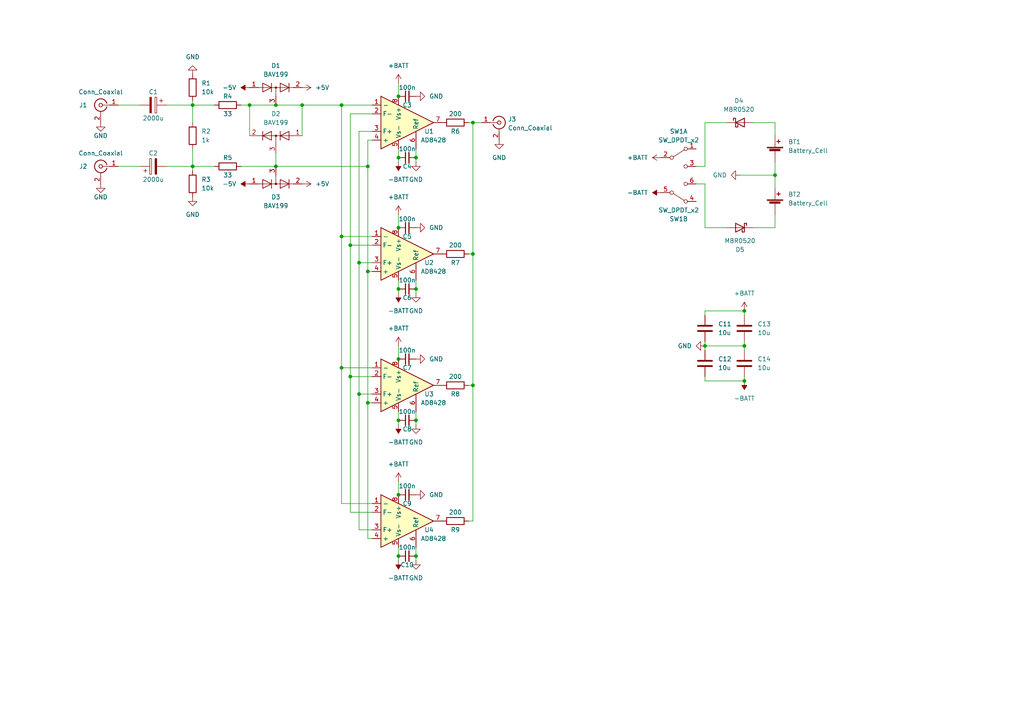
<source format=kicad_sch>
(kicad_sch (version 20211123) (generator eeschema)
  (paper "A4")
  (lib_symbols
    (symbol "Connector:Conn_Coaxial" (pin_names (offset 1.016) hide)
      (property "Reference" "J" (at 0.254 3.048 0))
      (property "Value" "Conn_Coaxial" (at 2.921 0 90))
      (symbol "Conn_Coaxial_0_1"
        (arc (start -1.778 -0.508) (mid 0.222 -1.808) (end 1.778 0) (stroke (width 0.254)))
        (polyline (pts (xy -2.54 0) (xy -0.508 0)))
        (polyline (pts (xy 0 -2.54) (xy 0 -1.778)))
        (circle (center 0 0) (radius 0.508) (stroke (width 0.2032)))
        (arc (start 1.778 0) (mid 0.2221 1.8083) (end -1.778 0.508) (stroke (width 0.254)))
      )
      (symbol "Conn_Coaxial_1_1"
        (pin passive line (at -5.08 0 0) (length 2.54) (name "In") (number "1"))
        (pin passive line (at 0 -5.08 90) (length 2.54) (name "Ext") (number "2"))
      )
    )
    (symbol "Device:Battery_Cell" (pin_numbers hide) (pin_names (offset 0) hide)
      (property "Reference" "BT" (at 2.54 2.54 0))
      (property "Value" "Battery_Cell" (at 2.54 0 0))
      (symbol "Battery_Cell_0_1"
        (rectangle (start -2.286 1.778) (end 2.286 1.524) (fill (type outline)))
        (rectangle (start -1.5748 1.1938) (end 1.4732 0.6858) (fill (type outline)))
        (polyline (pts (xy 0 0.762) (xy 0 0)))
        (polyline (pts (xy 0 1.778) (xy 0 2.54)))
        (polyline (pts (xy 0.508 3.429) (xy 1.524 3.429)) (stroke (width 0.254)))
        (polyline (pts (xy 1.016 3.937) (xy 1.016 2.921)) (stroke (width 0.254)))
      )
      (symbol "Battery_Cell_1_1"
        (pin passive line (at 0 5.08 270) (length 2.54) (name "+") (number "1"))
        (pin passive line (at 0 -2.54 90) (length 2.54) (name "-") (number "2"))
      )
    )
    (symbol "Device:C" (pin_numbers hide) (pin_names (offset 0.254))
      (property "Reference" "C" (at 0.635 2.54 0))
      (property "Value" "C" (at 0.635 -2.54 0))
      (symbol "C_0_1"
        (polyline (pts (xy -2.032 -0.762) (xy 2.032 -0.762)) (stroke (width 0.508)))
        (polyline (pts (xy -2.032 0.762) (xy 2.032 0.762)) (stroke (width 0.508)))
      )
      (symbol "C_1_1"
        (pin passive line (at 0 3.81 270) (length 2.794) (name "~") (number "1"))
        (pin passive line (at 0 -3.81 90) (length 2.794) (name "~") (number "2"))
      )
    )
    (symbol "Device:C_Polarized" (pin_numbers hide) (pin_names (offset 0.254))
      (property "Reference" "C" (at 0.635 2.54 0))
      (property "Value" "C_Polarized" (at 0.635 -2.54 0))
      (symbol "C_Polarized_0_1"
        (rectangle (start -2.286 0.508) (end 2.286 1.016))
        (polyline (pts (xy -1.778 2.286) (xy -0.762 2.286)))
        (polyline (pts (xy -1.27 2.794) (xy -1.27 1.778)))
        (rectangle (start 2.286 -0.508) (end -2.286 -1.016) (fill (type outline)))
      )
      (symbol "C_Polarized_1_1"
        (pin passive line (at 0 3.81 270) (length 2.794) (name "~") (number "1"))
        (pin passive line (at 0 -3.81 90) (length 2.794) (name "~") (number "2"))
      )
    )
    (symbol "Device:C_Small" (pin_numbers hide) (pin_names (offset 0.254) hide)
      (property "Reference" "C" (at 0.254 1.778 0))
      (property "Value" "C_Small" (at 0.254 -2.032 0))
      (symbol "C_Small_0_1"
        (polyline (pts (xy -1.524 -0.508) (xy 1.524 -0.508)) (stroke (width 0.3302)))
        (polyline (pts (xy -1.524 0.508) (xy 1.524 0.508)) (stroke (width 0.3048)))
      )
      (symbol "C_Small_1_1"
        (pin passive line (at 0 2.54 270) (length 2.032) (name "~") (number "1"))
        (pin passive line (at 0 -2.54 90) (length 2.032) (name "~") (number "2"))
      )
    )
    (symbol "Device:R" (pin_numbers hide) (pin_names (offset 0))
      (property "Reference" "R" (at 2.032 0 90))
      (property "Value" "R" (at 0 0 90))
      (symbol "R_0_1"
        (rectangle (start -1.016 -2.54) (end 1.016 2.54) (stroke (width 0.254)))
      )
      (symbol "R_1_1"
        (pin passive line (at 0 3.81 270) (length 1.27) (name "~") (number "1"))
        (pin passive line (at 0 -3.81 90) (length 1.27) (name "~") (number "2"))
      )
    )
    (symbol "Diode:BAV99" (pin_names hide)
      (property "Reference" "D" (at 0 5.08 0))
      (property "Value" "BAV99" (at 0 2.54 0))
      (symbol "BAV99_0_1"
        (polyline (pts (xy -5.08 0) (xy 5.08 0)))
      )
      (symbol "BAV99_1_1"
        (polyline (pts (xy 0 0) (xy 0 -2.54)))
        (polyline (pts (xy -1.27 -1.27) (xy -1.27 1.27) (xy -1.27 1.27)) (stroke (width 0.2032)))
        (polyline (pts (xy 3.81 1.27) (xy 3.81 -1.27) (xy 3.81 -1.27)) (stroke (width 0.2032)))
        (polyline (pts (xy -3.81 1.27) (xy -1.27 0) (xy -3.81 -1.27) (xy -3.81 1.27) (xy -3.81 1.27) (xy -3.81 1.27)) (stroke (width 0.2032)))
        (polyline (pts (xy 1.27 1.27) (xy 3.81 0) (xy 1.27 -1.27) (xy 1.27 1.27) (xy 1.27 1.27) (xy 1.27 1.27)) (stroke (width 0.2032)))
        (circle (center 0 0) (radius 0.254) (fill (type outline)))
        (pin passive line (at -7.62 0 0) (length 2.54) (name "K") (number "1"))
        (pin passive line (at 7.62 0 180) (length 2.54) (name "A") (number "2"))
        (pin passive line (at 0 -5.08 90) (length 2.54) (name "K") (number "3"))
      )
    )
    (symbol "Diode:MBR0520" (pin_numbers hide) (pin_names (offset 1.016) hide)
      (property "Reference" "D" (at 0 2.54 0))
      (property "Value" "MBR0520" (at 0 -2.54 0))
      (symbol "MBR0520_0_1"
        (polyline (pts (xy 1.27 0) (xy -1.27 0)))
        (polyline (pts (xy 1.27 1.27) (xy 1.27 -1.27) (xy -1.27 0) (xy 1.27 1.27)) (stroke (width 0.254)))
        (polyline (pts (xy -1.905 0.635) (xy -1.905 1.27) (xy -1.27 1.27) (xy -1.27 -1.27) (xy -0.635 -1.27) (xy -0.635 -0.635)) (stroke (width 0.254)))
      )
      (symbol "MBR0520_1_1"
        (pin passive line (at -3.81 0 0) (length 2.54) (name "K") (number "1"))
        (pin passive line (at 3.81 0 180) (length 2.54) (name "A") (number "2"))
      )
    )
    (symbol "Switch:SW_DPDT_x2" (pin_names (offset 0) hide)
      (property "Reference" "SW" (at 0 4.318 0))
      (property "Value" "SW_DPDT_x2" (at 0 -5.08 0))
      (symbol "SW_DPDT_x2_0_0"
        (circle (center -2.032 0) (radius 0.508))
        (circle (center 2.032 -2.54) (radius 0.508))
      )
      (symbol "SW_DPDT_x2_0_1"
        (polyline (pts (xy -1.524 0.254) (xy 1.651 2.286)))
        (circle (center 2.032 2.54) (radius 0.508))
      )
      (symbol "SW_DPDT_x2_1_1"
        (pin passive line (at 5.08 2.54 180) (length 2.54) (name "A") (number "1"))
        (pin passive line (at -5.08 0 0) (length 2.54) (name "B") (number "2"))
        (pin passive line (at 5.08 -2.54 180) (length 2.54) (name "C") (number "3"))
      )
      (symbol "SW_DPDT_x2_2_1"
        (pin passive line (at 5.08 2.54 180) (length 2.54) (name "A") (number "4"))
        (pin passive line (at -5.08 0 0) (length 2.54) (name "B") (number "5"))
        (pin passive line (at 5.08 -2.54 180) (length 2.54) (name "C") (number "6"))
      )
    )
    (symbol "alexLib:AD8428"
      (property "Reference" "U" (at 11.43 -6.35 0))
      (property "Value" "AD8428" (at 12.7 -3.81 0))
      (symbol "AD8428_0_1"
        (polyline (pts (xy -5.08 7.62) (xy -5.08 -7.62) (xy 10.16 0) (xy -5.08 7.62)) (stroke (width 0.254)) (fill (type background)))
      )
      (symbol "AD8428_1_1"
        (pin input line (at -7.62 5.08 0) (length 2.54) (name "-") (number "1"))
        (pin passive line (at -7.62 2.54 0) (length 2.54) (name "F-") (number "2"))
        (pin passive line (at -7.62 -2.54 0) (length 2.54) (name "F+") (number "3"))
        (pin input line (at -7.62 -5.08 0) (length 2.54) (name "+") (number "4"))
        (pin power_in line (at 0 -7.62 90) (length 2.54) (name "Vs-") (number "5"))
        (pin passive line (at 5.08 -7.62 90) (length 5.08) (name "Ref") (number "6"))
        (pin output line (at 12.7 0 180) (length 2.54) (name "~") (number "7"))
        (pin power_in line (at 0 7.62 270) (length 2.54) (name "Vs+") (number "8"))
      )
    )
    (symbol "power:+5V" (power) (pin_names (offset 0))
      (property "Value" "+5V" (at 0 3.556 0))
      (symbol "+5V_0_1"
        (polyline (pts (xy -0.762 1.27) (xy 0 2.54)))
        (polyline (pts (xy 0 0) (xy 0 2.54)))
        (polyline (pts (xy 0 2.54) (xy 0.762 1.27)))
      )
      (symbol "+5V_1_1"
        (pin power_in line (at 0 0 90) (length 0) hide (name "+5V") (number "1"))
      )
    )
    (symbol "power:+BATT" (power) (pin_names (offset 0))
      (property "Value" "+BATT" (at 0 3.556 0))
      (symbol "+BATT_0_1"
        (polyline (pts (xy -0.762 1.27) (xy 0 2.54)))
        (polyline (pts (xy 0 0) (xy 0 2.54)))
        (polyline (pts (xy 0 2.54) (xy 0.762 1.27)))
      )
      (symbol "+BATT_1_1"
        (pin power_in line (at 0 0 90) (length 0) hide (name "+BATT") (number "1"))
      )
    )
    (symbol "power:-5V" (power) (pin_names (offset 0))
      (property "Value" "-5V" (at 0 3.81 0))
      (symbol "-5V_0_0"
        (pin power_in line (at 0 0 90) (length 0) hide (name "-5V") (number "1"))
      )
      (symbol "-5V_0_1"
        (polyline (pts (xy 0 0) (xy 0 1.27) (xy 0.762 1.27) (xy 0 2.54) (xy -0.762 1.27) (xy 0 1.27)) (fill (type outline)))
      )
    )
    (symbol "power:-BATT" (power) (pin_names (offset 0))
      (property "Value" "-BATT" (at 0 3.556 0))
      (symbol "-BATT_0_1"
        (polyline (pts (xy 0 0) (xy 0 2.54)))
        (polyline (pts (xy 0.762 1.27) (xy -0.762 1.27) (xy 0 2.54) (xy 0.762 1.27)) (fill (type outline)))
      )
      (symbol "-BATT_1_1"
        (pin power_in line (at 0 0 90) (length 0) hide (name "-BATT") (number "1"))
      )
    )
    (symbol "power:GND" (power) (pin_names (offset 0))
      (property "Value" "GND" (at 0 -3.81 0))
      (symbol "GND_0_1"
        (polyline (pts (xy 0 0) (xy 0 -1.27) (xy 1.27 -1.27) (xy 0 -2.54) (xy -1.27 -1.27) (xy 0 -1.27)))
      )
      (symbol "GND_1_1"
        (pin power_in line (at 0 0 270) (length 0) hide (name "GND") (number "1"))
      )
    )
  )
  (junction (at 55.88 48.26))
  (junction (at 215.9 90.17))
  (junction (at 115.57 83.82))
  (junction (at 55.88 30.48))
  (junction (at 87.63 30.48))
  (junction (at 106.68 116.84))
  (junction (at 115.57 45.72))
  (junction (at 204.47 100.33))
  (junction (at 120.65 121.92))
  (junction (at 115.57 161.29))
  (junction (at 106.68 78.74))
  (junction (at 80.01 48.26))
  (junction (at 115.57 27.94))
  (junction (at 120.65 83.82))
  (junction (at 137.16 35.56))
  (junction (at 115.57 66.04))
  (junction (at 120.65 161.29))
  (junction (at 115.57 104.14))
  (junction (at 99.06 106.68))
  (junction (at 120.65 45.72))
  (junction (at 99.06 68.58))
  (junction (at 215.9 100.33))
  (junction (at 115.57 143.51))
  (junction (at 137.16 73.66))
  (junction (at 224.79 50.8))
  (junction (at 101.6 109.22))
  (junction (at 106.68 48.26))
  (junction (at 99.06 30.48))
  (junction (at 72.39 30.48))
  (junction (at 104.14 76.2))
  (junction (at 80.01 30.48))
  (junction (at 104.14 114.3))
  (junction (at 215.9 110.49))
  (junction (at 101.6 71.12))
  (junction (at 115.57 121.92))
  (junction (at 137.16 111.76))
  (wire (pts (xy 34.29 30.48) (xy 40.64 30.48)))
  (wire (pts (xy 69.85 30.48) (xy 72.39 30.48)))
  (wire (pts (xy 204.47 66.04) (xy 210.82 66.04)))
  (wire (pts (xy 201.93 53.34) (xy 204.47 53.34)))
  (wire (pts (xy 104.14 114.3) (xy 107.95 114.3)))
  (wire (pts (xy 215.9 100.33) (xy 215.9 101.6)))
  (wire (pts (xy 135.89 111.76) (xy 137.16 111.76)))
  (wire (pts (xy 106.68 78.74) (xy 107.95 78.74)))
  (wire (pts (xy 104.14 153.67) (xy 107.95 153.67)))
  (wire (pts (xy 115.57 139.7) (xy 115.57 143.51)))
  (wire (pts (xy 120.65 85.09) (xy 120.65 83.82)))
  (wire (pts (xy 107.95 30.48) (xy 99.06 30.48)))
  (wire (pts (xy 135.89 151.13) (xy 137.16 151.13)))
  (wire (pts (xy 204.47 110.49) (xy 204.47 109.22)))
  (wire (pts (xy 224.79 35.56) (xy 224.79 39.37)))
  (wire (pts (xy 120.65 83.82) (xy 120.65 81.28)))
  (wire (pts (xy 55.88 30.48) (xy 62.23 30.48)))
  (wire (pts (xy 80.01 48.26) (xy 106.68 48.26)))
  (wire (pts (xy 115.57 62.23) (xy 115.57 66.04)))
  (wire (pts (xy 224.79 54.61) (xy 224.79 50.8)))
  (wire (pts (xy 204.47 99.06) (xy 204.47 100.33)))
  (wire (pts (xy 55.88 48.26) (xy 55.88 49.53)))
  (wire (pts (xy 120.65 121.92) (xy 120.65 119.38)))
  (wire (pts (xy 104.14 38.1) (xy 104.14 76.2)))
  (wire (pts (xy 137.16 35.56) (xy 135.89 35.56)))
  (wire (pts (xy 204.47 53.34) (xy 204.47 66.04)))
  (wire (pts (xy 224.79 46.99) (xy 224.79 50.8)))
  (wire (pts (xy 87.63 30.48) (xy 80.01 30.48)))
  (wire (pts (xy 99.06 106.68) (xy 107.95 106.68)))
  (wire (pts (xy 115.57 161.29) (xy 115.57 158.75)))
  (wire (pts (xy 115.57 162.56) (xy 115.57 161.29)))
  (wire (pts (xy 106.68 156.21) (xy 107.95 156.21)))
  (wire (pts (xy 99.06 30.48) (xy 99.06 68.58)))
  (wire (pts (xy 101.6 71.12) (xy 101.6 109.22)))
  (wire (pts (xy 106.68 78.74) (xy 106.68 116.84)))
  (wire (pts (xy 101.6 148.59) (xy 107.95 148.59)))
  (wire (pts (xy 115.57 121.92) (xy 115.57 119.38)))
  (wire (pts (xy 204.47 90.17) (xy 215.9 90.17)))
  (wire (pts (xy 104.14 76.2) (xy 107.95 76.2)))
  (wire (pts (xy 120.65 161.29) (xy 120.65 158.75)))
  (wire (pts (xy 48.26 30.48) (xy 55.88 30.48)))
  (wire (pts (xy 55.88 30.48) (xy 55.88 35.56)))
  (wire (pts (xy 120.65 123.19) (xy 120.65 121.92)))
  (wire (pts (xy 120.65 45.72) (xy 120.65 43.18)))
  (wire (pts (xy 34.29 48.26) (xy 40.64 48.26)))
  (wire (pts (xy 115.57 24.13) (xy 115.57 27.94)))
  (wire (pts (xy 55.88 43.18) (xy 55.88 48.26)))
  (wire (pts (xy 55.88 48.26) (xy 62.23 48.26)))
  (wire (pts (xy 120.65 46.99) (xy 120.65 45.72)))
  (wire (pts (xy 204.47 35.56) (xy 210.82 35.56)))
  (wire (pts (xy 115.57 46.99) (xy 115.57 45.72)))
  (wire (pts (xy 137.16 35.56) (xy 139.7 35.56)))
  (wire (pts (xy 106.68 48.26) (xy 106.68 78.74)))
  (wire (pts (xy 69.85 48.26) (xy 80.01 48.26)))
  (wire (pts (xy 201.93 48.26) (xy 204.47 48.26)))
  (wire (pts (xy 101.6 109.22) (xy 101.6 148.59)))
  (wire (pts (xy 115.57 45.72) (xy 115.57 43.18)))
  (wire (pts (xy 115.57 85.09) (xy 115.57 83.82)))
  (wire (pts (xy 107.95 33.02) (xy 101.6 33.02)))
  (wire (pts (xy 48.26 48.26) (xy 55.88 48.26)))
  (wire (pts (xy 135.89 73.66) (xy 137.16 73.66)))
  (wire (pts (xy 106.68 116.84) (xy 107.95 116.84)))
  (wire (pts (xy 72.39 30.48) (xy 72.39 39.37)))
  (wire (pts (xy 214.63 50.8) (xy 224.79 50.8)))
  (wire (pts (xy 107.95 40.64) (xy 106.68 40.64)))
  (wire (pts (xy 215.9 91.44) (xy 215.9 90.17)))
  (wire (pts (xy 99.06 68.58) (xy 99.06 106.68)))
  (wire (pts (xy 99.06 68.58) (xy 107.95 68.58)))
  (wire (pts (xy 215.9 110.49) (xy 204.47 110.49)))
  (wire (pts (xy 120.65 162.56) (xy 120.65 161.29)))
  (wire (pts (xy 99.06 146.05) (xy 107.95 146.05)))
  (wire (pts (xy 104.14 76.2) (xy 104.14 114.3)))
  (wire (pts (xy 137.16 73.66) (xy 137.16 35.56)))
  (wire (pts (xy 115.57 123.19) (xy 115.57 121.92)))
  (wire (pts (xy 101.6 71.12) (xy 107.95 71.12)))
  (wire (pts (xy 55.88 29.21) (xy 55.88 30.48)))
  (wire (pts (xy 137.16 151.13) (xy 137.16 111.76)))
  (wire (pts (xy 115.57 83.82) (xy 115.57 81.28)))
  (wire (pts (xy 215.9 99.06) (xy 215.9 100.33)))
  (wire (pts (xy 218.44 35.56) (xy 224.79 35.56)))
  (wire (pts (xy 204.47 100.33) (xy 204.47 101.6)))
  (wire (pts (xy 80.01 44.45) (xy 80.01 48.26)))
  (wire (pts (xy 106.68 40.64) (xy 106.68 48.26)))
  (wire (pts (xy 204.47 48.26) (xy 204.47 35.56)))
  (wire (pts (xy 218.44 66.04) (xy 224.79 66.04)))
  (wire (pts (xy 107.95 38.1) (xy 104.14 38.1)))
  (wire (pts (xy 101.6 33.02) (xy 101.6 71.12)))
  (wire (pts (xy 72.39 30.48) (xy 80.01 30.48)))
  (wire (pts (xy 115.57 100.33) (xy 115.57 104.14)))
  (wire (pts (xy 99.06 106.68) (xy 99.06 146.05)))
  (wire (pts (xy 87.63 30.48) (xy 99.06 30.48)))
  (wire (pts (xy 204.47 100.33) (xy 215.9 100.33)))
  (wire (pts (xy 204.47 91.44) (xy 204.47 90.17)))
  (wire (pts (xy 224.79 62.23) (xy 224.79 66.04)))
  (wire (pts (xy 87.63 39.37) (xy 87.63 30.48)))
  (wire (pts (xy 215.9 109.22) (xy 215.9 110.49)))
  (wire (pts (xy 104.14 114.3) (xy 104.14 153.67)))
  (wire (pts (xy 137.16 111.76) (xy 137.16 73.66)))
  (wire (pts (xy 101.6 109.22) (xy 107.95 109.22)))
  (wire (pts (xy 106.68 116.84) (xy 106.68 156.21)))
  (symbol (lib_id "power:GND") (at 120.65 162.56 0) (unit 1)
    (property "Reference" "#PWR024" (effects hide))
    (property "Value" "GND" (at 120.65 167.64 0))
  )
  (symbol (lib_id "power:-5V") (at 72.39 25.4 90) (unit 1)
    (property "Reference" "#PWR05" (effects hide))
    (property "Value" "-5V" (at 68.58 25.3999 90) (effects (justify left)))
  )
  (symbol (lib_id "power:GND") (at 120.65 66.04 90) (unit 1)
    (property "Reference" "#PWR019" (effects hide))
    (property "Value" "GND" (at 124.46 66.0399 90) (effects (justify right)))
  )
  (symbol (lib_id "Diode:BAV99") (at 80.01 53.34 0) (mirror x) (unit 1)
    (property "Reference" "D3" (at 80.01 57.15 0))
    (property "Value" "BAV199" (at 80.01 59.69 0))
    (property "Footprint" "Package_TO_SOT_SMD:SOT-23" (effects hide))
    (property "Datasheet" "https://assets.nexperia.com/documents/data-sheet/BAV99_SER.pdf" (effects hide))
  )
  (symbol (lib_id "alexLib:AD8428") (at 115.57 35.56 0) (unit 1)
    (property "Reference" "U1" (at 124.46 38.1 0))
    (property "Value" "AD8428" (at 125.73 40.64 0))
    (property "Footprint" "Package_SO:SOIC-8_3.9x4.9mm_P1.27mm" (effects hide))
    (property "Datasheet" "https://www.analog.com/media/en/technical-documentation/data-sheets/ad8428.pdf" (effects hide))
  )
  (symbol (lib_id "power:-BATT") (at 115.57 123.19 180) (unit 1)
    (property "Reference" "#PWR014" (effects hide))
    (property "Value" "-BATT" (at 115.57 128.27 0))
  )
  (symbol (lib_id "Device:C") (at 204.47 105.41 0) (unit 1)
    (property "Reference" "C12" (at 208.28 104.1399 0) (effects (justify left)))
    (property "Value" "10u" (at 208.28 106.6799 0) (effects (justify left)))
    (property "Footprint" "Capacitor_SMD:C_1206_3216Metric" (effects hide))
  )
  (symbol (lib_id "power:GND") (at 120.65 27.94 90) (unit 1)
    (property "Reference" "#PWR017" (effects hide))
    (property "Value" "GND" (at 124.46 27.9399 90) (effects (justify right)))
  )
  (symbol (lib_id "Device:C") (at 204.47 95.25 0) (unit 1)
    (property "Reference" "C11" (at 208.28 93.9799 0) (effects (justify left)))
    (property "Value" "10u" (at 208.28 96.5199 0) (effects (justify left)))
    (property "Footprint" "Capacitor_SMD:C_1206_3216Metric" (effects hide))
  )
  (symbol (lib_id "Diode:MBR0520") (at 214.63 35.56 0) (unit 1)
    (property "Reference" "D4" (at 214.3125 29.21 0))
    (property "Value" "MBR0520" (at 214.3125 31.75 0))
    (property "Footprint" "Diode_SMD:D_SOD-123" (effects hide))
    (property "Datasheet" "http://www.mccsemi.com/up_pdf/MBR0520~MBR0580(SOD123).pdf" (effects hide))
  )
  (symbol (lib_id "Switch:SW_DPDT_x2") (at 196.85 45.72 0) (unit 1)
    (property "Reference" "SW1" (at 196.85 38.1 0))
    (property "Value" "SW_DPDT_x2" (at 196.85 40.64 0))
    (property "Footprint" "Button_Switch_THT:SW_E-Switch_EG2219_DPDT_Angled" (effects hide))
  )
  (symbol (lib_id "Connector:Conn_Coaxial") (at 144.78 35.56 0) (unit 1)
    (property "Reference" "J3" (at 147.32 34.5831 0) (effects (justify left)))
    (property "Value" "Conn_Coaxial" (at 147.32 37.1231 0) (effects (justify left)))
    (property "Footprint" "Connector_Coaxial:BNC_Amphenol_B6252HB-NPP3G-50_Horizontal" (effects hide))
    (property "Datasheet" " ~" (effects hide))
  )
  (symbol (lib_id "Diode:BAV99") (at 80.01 39.37 0) (mirror y) (unit 1)
    (property "Reference" "D2" (at 80.01 33.02 0))
    (property "Value" "BAV199" (at 80.01 35.56 0))
    (property "Footprint" "Package_TO_SOT_SMD:SOT-23" (effects hide))
    (property "Datasheet" "https://assets.nexperia.com/documents/data-sheet/BAV99_SER.pdf" (effects hide))
  )
  (symbol (lib_id "power:+BATT") (at 115.57 24.13 0) (unit 1)
    (property "Reference" "#PWR09" (effects hide))
    (property "Value" "+BATT" (at 115.57 19.05 0))
  )
  (symbol (lib_id "Connector:Conn_Coaxial") (at 29.21 30.48 0) (mirror y) (unit 1)
    (property "Reference" "J1" (at 24.13 30.48 0))
    (property "Value" "Conn_Coaxial" (at 29.21 26.67 0))
    (property "Footprint" "Connector_Coaxial:BNC_Amphenol_B6252HB-NPP3G-50_Horizontal" (effects hide))
    (property "Datasheet" " ~" (effects hide))
  )
  (symbol (lib_id "Switch:SW_DPDT_x2") (at 196.85 55.88 0) (mirror x) (unit 2)
    (property "Reference" "SW1" (at 196.85 63.5 0))
    (property "Value" "SW_DPDT_x2" (at 196.85 60.96 0))
    (property "Footprint" "Button_Switch_THT:SW_E-Switch_EG2219_DPDT_Angled" (effects hide))
  )
  (symbol (lib_id "alexLib:AD8428") (at 115.57 151.13 0) (unit 1)
    (property "Reference" "U4" (at 124.46 153.67 0))
    (property "Value" "AD8428" (at 125.73 156.21 0))
    (property "Footprint" "Package_SO:SOIC-8_3.9x4.9mm_P1.27mm" (effects hide))
    (property "Datasheet" "https://www.analog.com/media/en/technical-documentation/data-sheets/ad8428.pdf" (effects hide))
  )
  (symbol (lib_id "power:GND") (at 120.65 123.19 0) (unit 1)
    (property "Reference" "#PWR022" (effects hide))
    (property "Value" "GND" (at 120.65 128.27 0))
  )
  (symbol (lib_id "Device:Battery_Cell") (at 224.79 44.45 0) (unit 1)
    (property "Reference" "BT1" (at 228.6 41.1479 0) (effects (justify left)))
    (property "Value" "Battery_Cell" (at 228.6 43.6879 0) (effects (justify left)))
    (property "Footprint" "Battery:BatteryHolder_MPD_BA9VPC_1xPP3" (effects hide))
  )
  (symbol (lib_id "Device:C_Small") (at 118.11 143.51 90) (unit 1)
    (property "Reference" "C9" (at 118.11 146.05 90))
    (property "Value" "100n" (at 118.11 140.97 90))
    (property "Footprint" "Capacitor_SMD:C_0603_1608Metric" (effects hide))
  )
  (symbol (lib_id "power:+BATT") (at 115.57 139.7 0) (unit 1)
    (property "Reference" "#PWR015" (effects hide))
    (property "Value" "+BATT" (at 115.57 134.62 0))
  )
  (symbol (lib_id "Diode:MBR0520") (at 214.63 66.04 0) (mirror y) (unit 1)
    (property "Reference" "D5" (at 214.63 72.39 0))
    (property "Value" "MBR0520" (at 214.63 69.85 0))
    (property "Footprint" "Diode_SMD:D_SOD-123" (effects hide))
    (property "Datasheet" "http://www.mccsemi.com/up_pdf/MBR0520~MBR0580(SOD123).pdf" (effects hide))
  )
  (symbol (lib_id "power:GND") (at 120.65 46.99 0) (unit 1)
    (property "Reference" "#PWR018" (effects hide))
    (property "Value" "GND" (at 120.65 52.07 0))
  )
  (symbol (lib_id "power:GND") (at 120.65 85.09 0) (unit 1)
    (property "Reference" "#PWR020" (effects hide))
    (property "Value" "GND" (at 120.65 90.17 0))
  )
  (symbol (lib_id "Connector:Conn_Coaxial") (at 29.21 48.26 0) (mirror y) (unit 1)
    (property "Reference" "J2" (at 24.13 48.26 0))
    (property "Value" "Conn_Coaxial" (at 29.21 44.45 0))
    (property "Footprint" "Connector_Coaxial:BNC_Amphenol_B6252HB-NPP3G-50_Horizontal" (effects hide))
    (property "Datasheet" " ~" (effects hide))
  )
  (symbol (lib_id "power:-BATT") (at 115.57 46.99 180) (unit 1)
    (property "Reference" "#PWR010" (effects hide))
    (property "Value" "-BATT" (at 115.57 52.07 0))
  )
  (symbol (lib_id "power:GND") (at 214.63 50.8 270) (unit 1)
    (property "Reference" "#PWR029" (effects hide))
    (property "Value" "GND" (at 210.82 50.7999 90) (effects (justify right)))
  )
  (symbol (lib_id "Device:C_Small") (at 118.11 27.94 90) (unit 1)
    (property "Reference" "C3" (at 118.11 30.48 90))
    (property "Value" "100n" (at 118.11 25.4 90))
    (property "Footprint" "Capacitor_SMD:C_0603_1608Metric" (effects hide))
  )
  (symbol (lib_id "power:GND") (at 29.21 35.56 0) (unit 1)
    (property "Reference" "#PWR01" (effects hide))
    (property "Value" "GND" (at 29.21 39.37 0))
  )
  (symbol (lib_id "Device:R") (at 55.88 39.37 0) (unit 1)
    (property "Reference" "R2" (at 58.42 38.0999 0) (effects (justify left)))
    (property "Value" "1k" (at 58.42 40.6399 0) (effects (justify left)))
    (property "Footprint" "Resistor_SMD:R_0603_1608Metric" (effects hide))
  )
  (symbol (lib_id "power:+BATT") (at 191.77 45.72 90) (unit 1)
    (property "Reference" "#PWR026" (effects hide))
    (property "Value" "+BATT" (at 187.96 45.7199 90) (effects (justify left)))
  )
  (symbol (lib_id "Device:R") (at 132.08 35.56 90) (unit 1)
    (property "Reference" "R6" (at 132.08 38.1 90))
    (property "Value" "200" (at 132.08 33.02 90))
    (property "Footprint" "Resistor_SMD:R_0603_1608Metric" (effects hide))
  )
  (symbol (lib_id "power:+BATT") (at 215.9 90.17 0) (unit 1)
    (property "Reference" "#PWR030" (effects hide))
    (property "Value" "+BATT" (at 215.9 85.09 0))
  )
  (symbol (lib_id "Device:Battery_Cell") (at 224.79 59.69 0) (unit 1)
    (property "Reference" "BT2" (at 228.6 56.3879 0) (effects (justify left)))
    (property "Value" "Battery_Cell" (at 228.6 58.9279 0) (effects (justify left)))
    (property "Footprint" "Battery:BatteryHolder_MPD_BA9VPC_1xPP3" (effects hide))
  )
  (symbol (lib_id "power:+BATT") (at 115.57 100.33 0) (unit 1)
    (property "Reference" "#PWR013" (effects hide))
    (property "Value" "+BATT" (at 115.57 95.25 0))
  )
  (symbol (lib_id "Device:C_Small") (at 118.11 104.14 90) (unit 1)
    (property "Reference" "C7" (at 118.11 106.68 90))
    (property "Value" "100n" (at 118.11 101.6 90))
    (property "Footprint" "Capacitor_SMD:C_0603_1608Metric" (effects hide))
  )
  (symbol (lib_id "power:GND") (at 120.65 143.51 90) (unit 1)
    (property "Reference" "#PWR023" (effects hide))
    (property "Value" "GND" (at 124.46 143.5099 90) (effects (justify right)))
  )
  (symbol (lib_id "power:-5V") (at 72.39 53.34 90) (unit 1)
    (property "Reference" "#PWR06" (effects hide))
    (property "Value" "-5V" (at 68.58 53.3399 90) (effects (justify left)))
  )
  (symbol (lib_id "power:GND") (at 204.47 100.33 270) (unit 1)
    (property "Reference" "#PWR028" (effects hide))
    (property "Value" "GND" (at 200.66 100.3299 90) (effects (justify right)))
  )
  (symbol (lib_id "Device:R") (at 132.08 151.13 90) (unit 1)
    (property "Reference" "R9" (at 132.08 153.67 90))
    (property "Value" "200" (at 132.08 148.59 90))
    (property "Footprint" "Resistor_SMD:R_0603_1608Metric" (effects hide))
  )
  (symbol (lib_id "Device:C_Polarized") (at 44.45 30.48 270) (unit 1)
    (property "Reference" "C1" (at 44.45 26.67 90))
    (property "Value" "2000u" (at 44.45 34.29 90))
    (property "Footprint" "Resistor_THT:R_Axial_Power_L48.0mm_W12.5mm_P55.88mm" (effects hide))
  )
  (symbol (lib_id "Device:R") (at 66.04 48.26 90) (unit 1)
    (property "Reference" "R5" (at 66.04 45.72 90))
    (property "Value" "33" (at 66.04 50.8 90))
    (property "Footprint" "Resistor_SMD:R_0603_1608Metric" (effects hide))
  )
  (symbol (lib_id "power:-BATT") (at 115.57 162.56 180) (unit 1)
    (property "Reference" "#PWR016" (effects hide))
    (property "Value" "-BATT" (at 115.57 167.64 0))
  )
  (symbol (lib_id "Device:C_Small") (at 118.11 66.04 90) (unit 1)
    (property "Reference" "C5" (at 118.11 68.58 90))
    (property "Value" "100n" (at 118.11 63.5 90))
    (property "Footprint" "Capacitor_SMD:C_0603_1608Metric" (effects hide))
  )
  (symbol (lib_id "power:-BATT") (at 115.57 85.09 180) (unit 1)
    (property "Reference" "#PWR012" (effects hide))
    (property "Value" "-BATT" (at 115.57 90.17 0))
  )
  (symbol (lib_id "power:GND") (at 144.78 40.64 0) (unit 1)
    (property "Reference" "#PWR025" (effects hide))
    (property "Value" "GND" (at 144.78 45.72 0))
  )
  (symbol (lib_id "Device:C_Small") (at 118.11 83.82 90) (unit 1)
    (property "Reference" "C6" (at 118.11 86.36 90))
    (property "Value" "100n" (at 118.11 81.28 90))
    (property "Footprint" "Capacitor_SMD:C_0603_1608Metric" (effects hide))
  )
  (symbol (lib_id "Device:C_Small") (at 118.11 45.72 90) (unit 1)
    (property "Reference" "C4" (at 118.11 48.26 90))
    (property "Value" "100n" (at 118.11 43.18 90))
    (property "Footprint" "Capacitor_SMD:C_0603_1608Metric" (effects hide))
  )
  (symbol (lib_id "Device:R") (at 132.08 111.76 90) (unit 1)
    (property "Reference" "R8" (at 132.08 114.3 90))
    (property "Value" "200" (at 132.08 109.22 90))
    (property "Footprint" "Resistor_SMD:R_0603_1608Metric" (effects hide))
  )
  (symbol (lib_id "Device:R") (at 55.88 25.4 0) (unit 1)
    (property "Reference" "R1" (at 58.42 24.1299 0) (effects (justify left)))
    (property "Value" "10k" (at 58.42 26.6699 0) (effects (justify left)))
    (property "Footprint" "Resistor_SMD:R_0603_1608Metric" (effects hide))
  )
  (symbol (lib_id "alexLib:AD8428") (at 115.57 111.76 0) (unit 1)
    (property "Reference" "U3" (at 124.46 114.3 0))
    (property "Value" "AD8428" (at 125.73 116.84 0))
    (property "Footprint" "Package_SO:SOIC-8_3.9x4.9mm_P1.27mm" (effects hide))
    (property "Datasheet" "https://www.analog.com/media/en/technical-documentation/data-sheets/ad8428.pdf" (effects hide))
  )
  (symbol (lib_id "power:GND") (at 55.88 57.15 0) (unit 1)
    (property "Reference" "#PWR04" (effects hide))
    (property "Value" "GND" (at 55.88 62.23 0))
  )
  (symbol (lib_id "Device:C") (at 215.9 95.25 0) (unit 1)
    (property "Reference" "C13" (at 219.71 93.9799 0) (effects (justify left)))
    (property "Value" "10u" (at 219.71 96.5199 0) (effects (justify left)))
    (property "Footprint" "Capacitor_SMD:C_1206_3216Metric" (effects hide))
  )
  (symbol (lib_id "Device:C_Small") (at 118.11 161.29 90) (unit 1)
    (property "Reference" "C10" (at 118.11 163.83 90))
    (property "Value" "100n" (at 118.11 158.75 90))
    (property "Footprint" "Capacitor_SMD:C_0603_1608Metric" (effects hide))
  )
  (symbol (lib_id "Device:R") (at 55.88 53.34 0) (unit 1)
    (property "Reference" "R3" (at 58.42 52.0699 0) (effects (justify left)))
    (property "Value" "10k" (at 58.42 54.6099 0) (effects (justify left)))
    (property "Footprint" "Resistor_SMD:R_0603_1608Metric" (effects hide))
  )
  (symbol (lib_id "power:GND") (at 55.88 21.59 180) (unit 1)
    (property "Reference" "#PWR03" (effects hide))
    (property "Value" "GND" (at 55.88 16.51 0))
  )
  (symbol (lib_id "power:GND") (at 29.21 53.34 0) (unit 1)
    (property "Reference" "#PWR02" (effects hide))
    (property "Value" "GND" (at 29.21 57.15 0))
  )
  (symbol (lib_id "power:GND") (at 120.65 104.14 90) (unit 1)
    (property "Reference" "#PWR021" (effects hide))
    (property "Value" "GND" (at 124.46 104.1399 90) (effects (justify right)))
  )
  (symbol (lib_id "power:+5V") (at 87.63 25.4 270) (unit 1)
    (property "Reference" "#PWR07" (effects hide))
    (property "Value" "+5V" (at 91.44 25.3999 90) (effects (justify left)))
  )
  (symbol (lib_id "Device:R") (at 132.08 73.66 90) (unit 1)
    (property "Reference" "R7" (at 132.08 76.2 90))
    (property "Value" "200" (at 132.08 71.12 90))
    (property "Footprint" "Resistor_SMD:R_0603_1608Metric" (effects hide))
  )
  (symbol (lib_id "Device:C_Polarized") (at 44.45 48.26 90) (unit 1)
    (property "Reference" "C2" (at 44.45 44.45 90))
    (property "Value" "2000u" (at 44.45 52.07 90))
    (property "Footprint" "Resistor_THT:R_Axial_Power_L48.0mm_W12.5mm_P55.88mm" (effects hide))
  )
  (symbol (lib_id "Device:C") (at 215.9 105.41 0) (unit 1)
    (property "Reference" "C14" (at 219.71 104.1399 0) (effects (justify left)))
    (property "Value" "10u" (at 219.71 106.6799 0) (effects (justify left)))
    (property "Footprint" "Capacitor_SMD:C_1206_3216Metric" (effects hide))
  )
  (symbol (lib_id "power:+5V") (at 87.63 53.34 270) (unit 1)
    (property "Reference" "#PWR08" (effects hide))
    (property "Value" "+5V" (at 91.44 53.3399 90) (effects (justify left)))
  )
  (symbol (lib_id "Device:C_Small") (at 118.11 121.92 90) (unit 1)
    (property "Reference" "C8" (at 118.11 124.46 90))
    (property "Value" "100n" (at 118.11 119.38 90))
    (property "Footprint" "Capacitor_SMD:C_0603_1608Metric" (effects hide))
  )
  (symbol (lib_id "alexLib:AD8428") (at 115.57 73.66 0) (unit 1)
    (property "Reference" "U2" (at 124.46 76.2 0))
    (property "Value" "AD8428" (at 125.73 78.74 0))
    (property "Footprint" "Package_SO:SOIC-8_3.9x4.9mm_P1.27mm" (effects hide))
    (property "Datasheet" "https://www.analog.com/media/en/technical-documentation/data-sheets/ad8428.pdf" (effects hide))
  )
  (symbol (lib_id "power:-BATT") (at 215.9 110.49 180) (unit 1)
    (property "Reference" "#PWR031" (effects hide))
    (property "Value" "-BATT" (at 215.9 115.57 0))
  )
  (symbol (lib_id "power:-BATT") (at 191.77 55.88 90) (unit 1)
    (property "Reference" "#PWR027" (effects hide))
    (property "Value" "-BATT" (at 187.96 55.8799 90) (effects (justify left)))
  )
  (symbol (lib_id "Diode:BAV99") (at 80.01 25.4 0) (unit 1)
    (property "Reference" "D1" (at 80.01 19.05 0))
    (property "Value" "BAV199" (at 80.01 21.59 0))
    (property "Footprint" "Package_TO_SOT_SMD:SOT-23" (effects hide))
    (property "Datasheet" "https://assets.nexperia.com/documents/data-sheet/BAV99_SER.pdf" (effects hide))
  )
  (symbol (lib_id "power:+BATT") (at 115.57 62.23 0) (unit 1)
    (property "Reference" "#PWR011" (effects hide))
    (property "Value" "+BATT" (at 115.57 57.15 0))
  )
  (symbol (lib_id "Device:R") (at 66.04 30.48 90) (unit 1)
    (property "Reference" "R4" (at 66.04 27.94 90))
    (property "Value" "33" (at 66.04 33.02 90))
    (property "Footprint" "Resistor_SMD:R_0603_1608Metric" (effects hide))
  )
)
</source>
